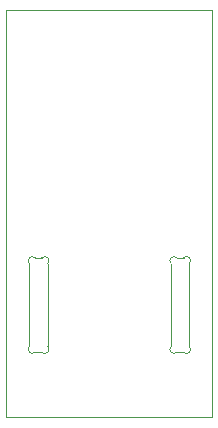
<source format=gbr>
%TF.GenerationSoftware,KiCad,Pcbnew,8.0.2*%
%TF.CreationDate,2024-10-24T00:18:05+02:00*%
%TF.ProjectId,leverBox,6c657665-7242-46f7-982e-6b696361645f,rev?*%
%TF.SameCoordinates,Original*%
%TF.FileFunction,Profile,NP*%
%FSLAX46Y46*%
G04 Gerber Fmt 4.6, Leading zero omitted, Abs format (unit mm)*
G04 Created by KiCad (PCBNEW 8.0.2) date 2024-10-24 00:18:05*
%MOMM*%
%LPD*%
G01*
G04 APERTURE LIST*
%TA.AperFunction,Profile*%
%ADD10C,0.100000*%
%TD*%
G04 APERTURE END LIST*
D10*
X114750000Y-154710000D02*
X114750000Y-160210000D01*
X114750000Y-154710000D02*
X114750000Y-125750000D01*
X114750000Y-160210000D02*
X97250000Y-160210000D01*
X97249999Y-125750000D02*
X97250000Y-160210000D01*
X114750000Y-125750000D02*
X97249999Y-125750000D01*
%TO.C,REF\u002A\u002A*%
X99248900Y-147210000D02*
X99248899Y-154210000D01*
X99748900Y-146709999D02*
X100298900Y-146710000D01*
X99748900Y-154710000D02*
X100298900Y-154710001D01*
X100798900Y-154210000D02*
X100798901Y-147210000D01*
X99248899Y-154710000D02*
G75*
G02*
X99248899Y-154210000I250001J250000D01*
G01*
X99248900Y-146709999D02*
G75*
G02*
X99748900Y-146709999I250000J-250001D01*
G01*
X99248900Y-147210000D02*
G75*
G02*
X99248900Y-146710000I250001J250000D01*
G01*
X99748900Y-154710000D02*
G75*
G02*
X99248900Y-154710000I-250000J250000D01*
G01*
X100298900Y-146710000D02*
G75*
G02*
X100798900Y-146710000I250000J-250001D01*
G01*
X100798900Y-154219999D02*
G75*
G02*
X100798900Y-154719999I-250001J-250000D01*
G01*
X100798900Y-154720000D02*
G75*
G02*
X100298900Y-154720000I-250000J250000D01*
G01*
X100798901Y-146710000D02*
G75*
G02*
X100798901Y-147210000I-250001J-250000D01*
G01*
X111248900Y-147210000D02*
X111248899Y-154210000D01*
X111748900Y-146709999D02*
X112298900Y-146710000D01*
X111748900Y-154710000D02*
X112298900Y-154710001D01*
X112798900Y-154210000D02*
X112798901Y-147210000D01*
X111248899Y-154710000D02*
G75*
G02*
X111248899Y-154210000I250001J250000D01*
G01*
X111248900Y-146709999D02*
G75*
G02*
X111748900Y-146709999I250000J-250001D01*
G01*
X111248900Y-147210000D02*
G75*
G02*
X111248900Y-146710000I250001J250000D01*
G01*
X111748900Y-154710000D02*
G75*
G02*
X111248900Y-154710000I-250000J250000D01*
G01*
X112298900Y-146710000D02*
G75*
G02*
X112798900Y-146710000I250000J-250001D01*
G01*
X112798900Y-154219999D02*
G75*
G02*
X112798900Y-154719999I-250001J-250000D01*
G01*
X112798900Y-154720000D02*
G75*
G02*
X112298900Y-154720000I-250000J250000D01*
G01*
X112798901Y-146710000D02*
G75*
G02*
X112798901Y-147210000I-250001J-250000D01*
G01*
%TD*%
M02*

</source>
